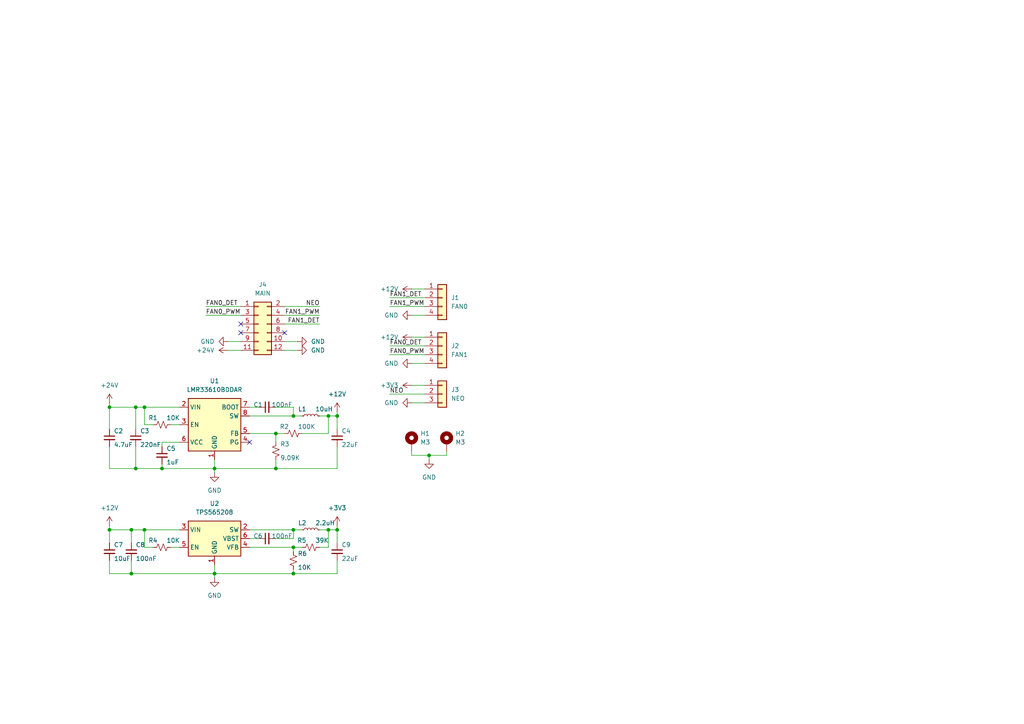
<source format=kicad_sch>
(kicad_sch (version 20231120) (generator "eeschema") (generator_version "8.0")
  (paper "A4")
  (lib_symbols
    (symbol "Connector_Generic:Conn_01x03" (pin_names (offset 1.016) hide)
      (property "Reference" "J" (at 0 5.08 0))
      (property "Value" "Conn_01x03" (at 0 -5.08 0))
      (symbol "Conn_01x03_1_1"
        (rectangle (start -1.27 -2.413) (end 0 -2.667) (stroke (width 0.1524)))
        (rectangle (start -1.27 0.127) (end 0 -0.127) (stroke (width 0.1524)))
        (rectangle (start -1.27 2.667) (end 0 2.413) (stroke (width 0.1524)))
        (rectangle (start -1.27 3.81) (end 1.27 -3.81) (stroke (width 0.254)) (fill (type background)))
        (pin passive line (at -5.08 2.54 0) (length 3.81) (name "Pin_1") (number "1"))
        (pin passive line (at -5.08 0 0) (length 3.81) (name "Pin_2") (number "2"))
        (pin passive line (at -5.08 -2.54 0) (length 3.81) (name "Pin_3") (number "3"))
      )
    )
    (symbol "Connector_Generic:Conn_01x04" (pin_names (offset 1.016) hide)
      (property "Reference" "J" (at 0 5.08 0))
      (property "Value" "Conn_01x04" (at 0 -7.62 0))
      (symbol "Conn_01x04_1_1"
        (rectangle (start -1.27 -4.953) (end 0 -5.207) (stroke (width 0.1524)))
        (rectangle (start -1.27 -2.413) (end 0 -2.667) (stroke (width 0.1524)))
        (rectangle (start -1.27 0.127) (end 0 -0.127) (stroke (width 0.1524)))
        (rectangle (start -1.27 2.667) (end 0 2.413) (stroke (width 0.1524)))
        (rectangle (start -1.27 3.81) (end 1.27 -6.35) (stroke (width 0.254)) (fill (type background)))
        (pin passive line (at -5.08 2.54 0) (length 3.81) (name "Pin_1") (number "1"))
        (pin passive line (at -5.08 0 0) (length 3.81) (name "Pin_2") (number "2"))
        (pin passive line (at -5.08 -2.54 0) (length 3.81) (name "Pin_3") (number "3"))
        (pin passive line (at -5.08 -5.08 0) (length 3.81) (name "Pin_4") (number "4"))
      )
    )
    (symbol "Connector_Generic:Conn_02x06_Odd_Even" (pin_names (offset 1.016) hide)
      (property "Reference" "J" (at 1.27 7.62 0))
      (property "Value" "Conn_02x06_Odd_Even" (at 1.27 -10.16 0))
      (symbol "Conn_02x06_Odd_Even_1_1"
        (rectangle (start -1.27 -7.493) (end 0 -7.747) (stroke (width 0.1524)))
        (rectangle (start -1.27 -4.953) (end 0 -5.207) (stroke (width 0.1524)))
        (rectangle (start -1.27 -2.413) (end 0 -2.667) (stroke (width 0.1524)))
        (rectangle (start -1.27 0.127) (end 0 -0.127) (stroke (width 0.1524)))
        (rectangle (start -1.27 2.667) (end 0 2.413) (stroke (width 0.1524)))
        (rectangle (start -1.27 5.207) (end 0 4.953) (stroke (width 0.1524)))
        (rectangle (start -1.27 6.35) (end 3.81 -8.89) (stroke (width 0.254)) (fill (type background)))
        (rectangle (start 3.81 -7.493) (end 2.54 -7.747) (stroke (width 0.1524)))
        (rectangle (start 3.81 -4.953) (end 2.54 -5.207) (stroke (width 0.1524)))
        (rectangle (start 3.81 -2.413) (end 2.54 -2.667) (stroke (width 0.1524)))
        (rectangle (start 3.81 0.127) (end 2.54 -0.127) (stroke (width 0.1524)))
        (rectangle (start 3.81 2.667) (end 2.54 2.413) (stroke (width 0.1524)))
        (rectangle (start 3.81 5.207) (end 2.54 4.953) (stroke (width 0.1524)))
        (pin passive line (at -5.08 5.08 0) (length 3.81) (name "Pin_1") (number "1"))
        (pin passive line (at 7.62 -5.08 180) (length 3.81) (name "Pin_10") (number "10"))
        (pin passive line (at -5.08 -7.62 0) (length 3.81) (name "Pin_11") (number "11"))
        (pin passive line (at 7.62 -7.62 180) (length 3.81) (name "Pin_12") (number "12"))
        (pin passive line (at 7.62 5.08 180) (length 3.81) (name "Pin_2") (number "2"))
        (pin passive line (at -5.08 2.54 0) (length 3.81) (name "Pin_3") (number "3"))
        (pin passive line (at 7.62 2.54 180) (length 3.81) (name "Pin_4") (number "4"))
        (pin passive line (at -5.08 0 0) (length 3.81) (name "Pin_5") (number "5"))
        (pin passive line (at 7.62 0 180) (length 3.81) (name "Pin_6") (number "6"))
        (pin passive line (at -5.08 -2.54 0) (length 3.81) (name "Pin_7") (number "7"))
        (pin passive line (at 7.62 -2.54 180) (length 3.81) (name "Pin_8") (number "8"))
        (pin passive line (at -5.08 -5.08 0) (length 3.81) (name "Pin_9") (number "9"))
      )
    )
    (symbol "Device:C_Small" (pin_numbers hide) (pin_names (offset 0.254) hide)
      (property "Reference" "C" (at 0.254 1.778 0))
      (property "Value" "C_Small" (at 0.254 -2.032 0))
      (symbol "C_Small_0_1"
        (polyline (pts (xy -1.524 -0.508) (xy 1.524 -0.508)) (stroke (width 0.3302)))
        (polyline (pts (xy -1.524 0.508) (xy 1.524 0.508)) (stroke (width 0.3048)))
      )
      (symbol "C_Small_1_1"
        (pin passive line (at 0 2.54 270) (length 2.032) (name "~") (number "1"))
        (pin passive line (at 0 -2.54 90) (length 2.032) (name "~") (number "2"))
      )
    )
    (symbol "Device:L_Small" (pin_numbers hide) (pin_names (offset 0.254) hide)
      (property "Reference" "L" (at 0.762 1.016 0))
      (property "Value" "L_Small" (at 0.762 -1.016 0))
      (symbol "L_Small_0_1"
        (arc (start 0 -2.032) (mid 0.5058 -1.524) (end 0 -1.016))
        (arc (start 0 -1.016) (mid 0.5058 -0.508) (end 0 0))
        (arc (start 0 0) (mid 0.5058 0.508) (end 0 1.016))
        (arc (start 0 1.016) (mid 0.5058 1.524) (end 0 2.032))
      )
      (symbol "L_Small_1_1"
        (pin passive line (at 0 2.54 270) (length 0.508) (name "~") (number "1"))
        (pin passive line (at 0 -2.54 90) (length 0.508) (name "~") (number "2"))
      )
    )
    (symbol "Device:R_Small_US" (pin_numbers hide) (pin_names (offset 0.254) hide)
      (property "Reference" "R" (at 0.762 0.508 0))
      (property "Value" "R_Small_US" (at 0.762 -1.016 0))
      (symbol "R_Small_US_1_1"
        (polyline (pts (xy 0 0) (xy 1.016 -0.381) (xy 0 -0.762) (xy -1.016 -1.143) (xy 0 -1.524)))
        (polyline (pts (xy 0 1.524) (xy 1.016 1.143) (xy 0 0.762) (xy -1.016 0.381) (xy 0 0)))
        (pin passive line (at 0 2.54 270) (length 1.016) (name "~") (number "1"))
        (pin passive line (at 0 -2.54 90) (length 1.016) (name "~") (number "2"))
      )
    )
    (symbol "Mechanical:MountingHole_Pad" (pin_numbers hide) (pin_names (offset 1.016) hide) (exclude_from_sim yes) (in_bom no)
      (property "Reference" "H" (at 0 6.35 0))
      (property "Value" "MountingHole_Pad" (at 0 4.445 0))
      (symbol "MountingHole_Pad_0_1"
        (circle (center 0 1.27) (radius 1.27) (stroke (width 1.27)))
      )
      (symbol "MountingHole_Pad_1_1"
        (pin input line (at 0 -2.54 90) (length 2.54) (name "1") (number "1"))
      )
    )
    (symbol "Regulator_Switching:LMR33610BDDAR"
      (property "Reference" "U" (at 0 11.43 0))
      (property "Value" "LMR33610BDDAR" (at 0 8.89 0))
      (symbol "LMR33610BDDAR_0_1"
        (rectangle (start -7.62 7.62) (end 7.62 -7.62) (stroke (width 0.254)) (fill (type background)))
      )
      (symbol "LMR33610BDDAR_1_1"
        (pin power_in line (at 0 -10.16 90) (length 2.54) (name "GND") (number "1"))
        (pin power_in line (at -10.16 5.08 0) (length 2.54) (name "VIN") (number "2"))
        (pin input line (at -10.16 0 0) (length 2.54) (name "EN") (number "3"))
        (pin open_collector line (at 10.16 -5.08 180) (length 2.54) (name "PG") (number "4"))
        (pin input line (at 10.16 -2.54 180) (length 2.54) (name "FB") (number "5"))
        (pin power_out line (at -10.16 -5.08 0) (length 2.54) (name "VCC") (number "6"))
        (pin input line (at 10.16 5.08 180) (length 2.54) (name "BOOT") (number "7"))
        (pin output line (at 10.16 2.54 180) (length 2.54) (name "SW") (number "8"))
        (pin passive line (at 0 -10.16 90) (length 2.54) hide (name "GND") (number "9"))
      )
    )
    (symbol "Regulator_Switching:TPS565208"
      (property "Reference" "U" (at -7.62 6.35 0))
      (property "Value" "TPS565208" (at -2.54 6.35 0))
      (symbol "TPS565208_0_1"
        (rectangle (start -7.62 5.08) (end 7.62 -5.08) (stroke (width 0.254)) (fill (type background)))
      )
      (symbol "TPS565208_1_1"
        (pin power_in line (at 0 -7.62 90) (length 2.54) (name "GND") (number "1"))
        (pin output line (at 10.16 2.54 180) (length 2.54) (name "SW") (number "2"))
        (pin power_in line (at -10.16 2.54 0) (length 2.54) (name "VIN") (number "3"))
        (pin input line (at 10.16 -2.54 180) (length 2.54) (name "VFB") (number "4"))
        (pin input line (at -10.16 -2.54 0) (length 2.54) (name "EN") (number "5"))
        (pin passive line (at 10.16 0 180) (length 2.54) (name "VBST") (number "6"))
      )
    )
    (symbol "power:+12V" (power) (pin_numbers hide) (pin_names (offset 0) hide)
      (property "Value" "+12V" (at 0 3.556 0))
      (symbol "+12V_0_1"
        (polyline (pts (xy -0.762 1.27) (xy 0 2.54)))
        (polyline (pts (xy 0 0) (xy 0 2.54)))
        (polyline (pts (xy 0 2.54) (xy 0.762 1.27)))
      )
      (symbol "+12V_1_1"
        (pin power_in line (at 0 0 90) (length 0) (name "~") (number "1"))
      )
    )
    (symbol "power:+24V" (power) (pin_numbers hide) (pin_names (offset 0) hide)
      (property "Value" "+24V" (at 0 3.556 0))
      (symbol "+24V_0_1"
        (polyline (pts (xy -0.762 1.27) (xy 0 2.54)))
        (polyline (pts (xy 0 0) (xy 0 2.54)))
        (polyline (pts (xy 0 2.54) (xy 0.762 1.27)))
      )
      (symbol "+24V_1_1"
        (pin power_in line (at 0 0 90) (length 0) (name "~") (number "1"))
      )
    )
    (symbol "power:+3V3" (power) (pin_numbers hide) (pin_names (offset 0) hide)
      (property "Value" "+3V3" (at 0 3.556 0))
      (symbol "+3V3_0_1"
        (polyline (pts (xy -0.762 1.27) (xy 0 2.54)))
        (polyline (pts (xy 0 0) (xy 0 2.54)))
        (polyline (pts (xy 0 2.54) (xy 0.762 1.27)))
      )
      (symbol "+3V3_1_1"
        (pin power_in line (at 0 0 90) (length 0) (name "~") (number "1"))
      )
    )
    (symbol "power:GND" (power) (pin_numbers hide) (pin_names (offset 0) hide)
      (property "Value" "GND" (at 0 -3.81 0))
      (symbol "GND_0_1"
        (polyline (pts (xy 0 0) (xy 0 -1.27) (xy 1.27 -1.27) (xy 0 -2.54) (xy -1.27 -1.27) (xy 0 -1.27)))
      )
      (symbol "GND_1_1"
        (pin power_in line (at 0 0 270) (length 0) (name "~") (number "1"))
      )
    )
  )
  (junction (at 85.09 166.37))
  (junction (at 80.01 125.73))
  (junction (at 39.37 135.89))
  (junction (at 39.37 118.11))
  (junction (at 85.09 158.75))
  (junction (at 97.79 120.65))
  (junction (at 38.1 166.37))
  (junction (at 95.25 120.65))
  (junction (at 62.23 135.89))
  (junction (at 31.75 153.67))
  (junction (at 85.09 120.65))
  (junction (at 62.23 166.37))
  (junction (at 46.99 135.89))
  (junction (at 124.46 132.08))
  (junction (at 97.79 153.67))
  (junction (at 95.25 153.67))
  (junction (at 85.09 153.67))
  (junction (at 80.01 135.89))
  (junction (at 38.1 153.67))
  (junction (at 31.75 118.11))
  (junction (at 41.91 118.11))
  (junction (at 41.91 153.67))
  (no_connect (at 82.55 96.52))
  (no_connect (at 69.85 93.98))
  (no_connect (at 72.39 128.27))
  (no_connect (at 69.85 96.52))
  (wire (pts (xy 31.75 135.89) (xy 39.37 135.89)))
  (wire (pts (xy 113.03 102.87) (xy 123.19 102.87)))
  (wire (pts (xy 97.79 120.65) (xy 97.79 124.46)))
  (wire (pts (xy 44.45 158.75) (xy 41.91 158.75)))
  (wire (pts (xy 86.36 101.6) (xy 82.55 101.6)))
  (wire (pts (xy 46.99 135.89) (xy 62.23 135.89)))
  (wire (pts (xy 31.75 162.56) (xy 31.75 166.37)))
  (wire (pts (xy 95.25 153.67) (xy 95.25 158.75)))
  (wire (pts (xy 113.03 88.9) (xy 123.19 88.9)))
  (wire (pts (xy 87.63 125.73) (xy 95.25 125.73)))
  (wire (pts (xy 123.19 111.76) (xy 119.38 111.76)))
  (wire (pts (xy 62.23 135.89) (xy 62.23 137.16)))
  (wire (pts (xy 95.25 153.67) (xy 97.79 153.67)))
  (wire (pts (xy 123.19 114.3) (xy 113.03 114.3)))
  (wire (pts (xy 119.38 91.44) (xy 123.19 91.44)))
  (wire (pts (xy 92.71 158.75) (xy 95.25 158.75)))
  (wire (pts (xy 46.99 128.27) (xy 46.99 129.54)))
  (wire (pts (xy 39.37 135.89) (xy 46.99 135.89)))
  (wire (pts (xy 85.09 158.75) (xy 87.63 158.75)))
  (wire (pts (xy 80.01 125.73) (xy 80.01 128.27)))
  (wire (pts (xy 38.1 166.37) (xy 62.23 166.37)))
  (wire (pts (xy 119.38 116.84) (xy 123.19 116.84)))
  (wire (pts (xy 97.79 153.67) (xy 97.79 157.48)))
  (wire (pts (xy 41.91 153.67) (xy 52.07 153.67)))
  (wire (pts (xy 59.69 91.44) (xy 69.85 91.44)))
  (wire (pts (xy 97.79 129.54) (xy 97.79 135.89)))
  (wire (pts (xy 92.71 93.98) (xy 82.55 93.98)))
  (wire (pts (xy 85.09 153.67) (xy 87.63 153.67)))
  (wire (pts (xy 119.38 83.82) (xy 123.19 83.82)))
  (wire (pts (xy 31.75 118.11) (xy 31.75 124.46)))
  (wire (pts (xy 124.46 132.08) (xy 129.54 132.08)))
  (wire (pts (xy 38.1 153.67) (xy 41.91 153.67)))
  (wire (pts (xy 74.93 118.11) (xy 72.39 118.11)))
  (wire (pts (xy 95.25 120.65) (xy 97.79 120.65)))
  (wire (pts (xy 85.09 158.75) (xy 85.09 160.02)))
  (wire (pts (xy 85.09 118.11) (xy 85.09 120.65)))
  (wire (pts (xy 72.39 125.73) (xy 80.01 125.73)))
  (wire (pts (xy 119.38 105.41) (xy 123.19 105.41)))
  (wire (pts (xy 41.91 118.11) (xy 52.07 118.11)))
  (wire (pts (xy 31.75 153.67) (xy 31.75 157.48)))
  (wire (pts (xy 86.36 99.06) (xy 82.55 99.06)))
  (wire (pts (xy 80.01 118.11) (xy 85.09 118.11)))
  (wire (pts (xy 80.01 133.35) (xy 80.01 135.89)))
  (wire (pts (xy 62.23 166.37) (xy 62.23 163.83)))
  (wire (pts (xy 38.1 162.56) (xy 38.1 166.37)))
  (wire (pts (xy 72.39 158.75) (xy 85.09 158.75)))
  (wire (pts (xy 97.79 119.38) (xy 97.79 120.65)))
  (wire (pts (xy 41.91 123.19) (xy 41.91 118.11)))
  (wire (pts (xy 39.37 129.54) (xy 39.37 135.89)))
  (wire (pts (xy 82.55 88.9) (xy 92.71 88.9)))
  (wire (pts (xy 62.23 135.89) (xy 62.23 133.35)))
  (wire (pts (xy 80.01 125.73) (xy 82.55 125.73)))
  (wire (pts (xy 46.99 134.62) (xy 46.99 135.89)))
  (wire (pts (xy 31.75 129.54) (xy 31.75 135.89)))
  (wire (pts (xy 31.75 166.37) (xy 38.1 166.37)))
  (wire (pts (xy 92.71 91.44) (xy 82.55 91.44)))
  (wire (pts (xy 31.75 153.67) (xy 38.1 153.67)))
  (wire (pts (xy 92.71 120.65) (xy 95.25 120.65)))
  (wire (pts (xy 62.23 135.89) (xy 80.01 135.89)))
  (wire (pts (xy 119.38 132.08) (xy 124.46 132.08)))
  (wire (pts (xy 66.04 101.6) (xy 69.85 101.6)))
  (wire (pts (xy 62.23 166.37) (xy 85.09 166.37)))
  (wire (pts (xy 95.25 120.65) (xy 95.25 125.73)))
  (wire (pts (xy 124.46 132.08) (xy 124.46 133.35)))
  (wire (pts (xy 85.09 165.1) (xy 85.09 166.37)))
  (wire (pts (xy 74.93 156.21) (xy 72.39 156.21)))
  (wire (pts (xy 123.19 86.36) (xy 113.03 86.36)))
  (wire (pts (xy 92.71 153.67) (xy 95.25 153.67)))
  (wire (pts (xy 69.85 88.9) (xy 59.69 88.9)))
  (wire (pts (xy 97.79 166.37) (xy 85.09 166.37)))
  (wire (pts (xy 31.75 116.84) (xy 31.75 118.11)))
  (wire (pts (xy 113.03 100.33) (xy 123.19 100.33)))
  (wire (pts (xy 72.39 120.65) (xy 85.09 120.65)))
  (wire (pts (xy 39.37 118.11) (xy 41.91 118.11)))
  (wire (pts (xy 62.23 166.37) (xy 62.23 167.64)))
  (wire (pts (xy 41.91 158.75) (xy 41.91 153.67)))
  (wire (pts (xy 44.45 123.19) (xy 41.91 123.19)))
  (wire (pts (xy 97.79 152.4) (xy 97.79 153.67)))
  (wire (pts (xy 52.07 128.27) (xy 46.99 128.27)))
  (wire (pts (xy 39.37 118.11) (xy 39.37 124.46)))
  (wire (pts (xy 119.38 132.08) (xy 119.38 130.81)))
  (wire (pts (xy 38.1 153.67) (xy 38.1 157.48)))
  (wire (pts (xy 80.01 135.89) (xy 97.79 135.89)))
  (wire (pts (xy 72.39 153.67) (xy 85.09 153.67)))
  (wire (pts (xy 66.04 99.06) (xy 69.85 99.06)))
  (wire (pts (xy 85.09 120.65) (xy 87.63 120.65)))
  (wire (pts (xy 49.53 123.19) (xy 52.07 123.19)))
  (wire (pts (xy 49.53 158.75) (xy 52.07 158.75)))
  (wire (pts (xy 31.75 118.11) (xy 39.37 118.11)))
  (wire (pts (xy 119.38 97.79) (xy 123.19 97.79)))
  (wire (pts (xy 80.01 156.21) (xy 85.09 156.21)))
  (wire (pts (xy 129.54 132.08) (xy 129.54 130.81)))
  (wire (pts (xy 97.79 162.56) (xy 97.79 166.37)))
  (wire (pts (xy 31.75 152.4) (xy 31.75 153.67)))
  (wire (pts (xy 85.09 156.21) (xy 85.09 153.67)))
  (label "FAN1_PWM" (at 92.71 91.44 180))
  (label "FAN1_DET" (at 113.03 86.36 0))
  (label "FAN0_PWM" (at 113.03 102.87 0))
  (label "FAN0_PWM" (at 59.69 91.44 0))
  (label "NEO" (at 92.71 88.9 180))
  (label "FAN1_PWM" (at 113.03 88.9 0))
  (label "FAN1_DET" (at 92.71 93.98 180))
  (label "FAN0_DET" (at 113.03 100.33 0))
  (label "NEO" (at 113.03 114.3 0))
  (label "FAN0_DET" (at 59.69 88.9 0))
  (symbol (lib_id "Mechanical:MountingHole_Pad") (at 129.54 128.27 0) (unit 1) (exclude_from_sim yes) (in_bom no)
    (property "Reference" "H2" (at 132.08 125.7299 0) (effects (justify left)))
    (property "Value" "M3" (at 132.08 128.2699 0) (effects (justify left)))
    (property "Footprint" "MountingHole:MountingHole_3.2mm_M3_ISO14580_Pad" (effects (hide yes)))
    (property "Description" "Mounting Hole with connection" (effects (hide yes)))
  )
  (symbol (lib_id "power:+12V") (at 97.79 119.38 0) (unit 1)
    (property "Reference" "#PWR012" (effects (hide yes)))
    (property "Value" "+12V" (at 97.79 114.3 0))
    (property "Description" "Power symbol creates a global label with name \"+12V\"" (effects (hide yes)))
  )
  (symbol (lib_id "power:+12V") (at 119.38 97.79 90) (unit 1)
    (property "Reference" "#PWR014" (effects (hide yes)))
    (property "Value" "+12V" (at 115.57 97.7899 90) (effects (justify left)))
    (property "Description" "Power symbol creates a global label with name \"+12V\"" (effects (hide yes)))
  )
  (symbol (lib_id "Device:C_Small") (at 97.79 127 0) (unit 1)
    (property "Reference" "C4" (at 99.06 125.73 0) (effects (justify left bottom)))
    (property "Value" "22uF" (at 99.06 128.27 0) (effects (justify left top)))
    (property "Footprint" "Capacitor_SMD:C_0805_2012Metric" (effects (hide yes)))
  )
  (symbol (lib_id "power:+3V3") (at 119.38 111.76 90) (unit 1)
    (property "Reference" "#PWR09" (effects (hide yes)))
    (property "Value" "+3V3" (at 115.57 111.7599 90) (effects (justify left)))
    (property "Description" "Power symbol creates a global label with name \"+3V3\"" (effects (hide yes)))
  )
  (symbol (lib_id "Regulator_Switching:LMR33610BDDAR") (at 62.23 123.19 0) (unit 1)
    (property "Reference" "U1" (at 62.23 110.49 0))
    (property "Value" "LMR33610BDDAR" (at 62.23 113.03 0))
    (property "Footprint" "Package_SO:Texas_HSOP-8-1EP_3.9x4.9mm_P1.27mm" (effects (hide yes)))
    (property "Datasheet" "http://www.ti.com/lit/ds/symlink/lmr33610.pdf" (effects (hide yes)))
    (property "Description" "Simple Switcher Synchronous Buck Regulator, Vin=3.8-36V, Iout=1A, F=1400kHz, Adjustable output voltage, HSOP-8" (effects (hide yes)))
  )
  (symbol (lib_id "Device:C_Small") (at 77.47 118.11 90) (unit 1)
    (property "Reference" "C1" (at 76.2 118.11 90) (effects (justify left top)))
    (property "Value" "100nF" (at 78.74 118.11 90) (effects (justify right top)))
    (property "Footprint" "Capacitor_SMD:C_0603_1608Metric" (effects (hide yes)))
  )
  (symbol (lib_id "Device:C_Small") (at 46.99 132.08 0) (unit 1)
    (property "Reference" "C5" (at 48.26 130.81 0) (effects (justify left bottom)))
    (property "Value" "1uF" (at 48.26 133.35 0) (effects (justify left top)))
    (property "Footprint" "Capacitor_SMD:C_0603_1608Metric" (effects (hide yes)))
  )
  (symbol (lib_id "Mechanical:MountingHole_Pad") (at 119.38 128.27 0) (unit 1) (exclude_from_sim yes) (in_bom no)
    (property "Reference" "H1" (at 121.92 125.7299 0) (effects (justify left)))
    (property "Value" "M3" (at 121.92 128.2699 0) (effects (justify left)))
    (property "Footprint" "MountingHole:MountingHole_3.2mm_M3_ISO14580_Pad" (effects (hide yes)))
    (property "Description" "Mounting Hole with connection" (effects (hide yes)))
  )
  (symbol (lib_id "Device:C_Small") (at 31.75 160.02 0) (unit 1)
    (property "Reference" "C7" (at 33.02 158.75 0) (effects (justify left bottom)))
    (property "Value" "10uF" (at 33.02 161.29 0) (effects (justify left top)))
    (property "Footprint" "Capacitor_SMD:C_0805_2012Metric" (effects (hide yes)))
  )
  (symbol (lib_id "power:+12V") (at 31.75 152.4 0) (unit 1)
    (property "Reference" "#PWR016" (effects (hide yes)))
    (property "Value" "+12V" (at 31.75 147.32 0))
  )
  (symbol (lib_id "Regulator_Switching:TPS565208") (at 62.23 156.21 0) (unit 1)
    (property "Reference" "U2" (at 62.23 146.05 0))
    (property "Value" "TPS565208" (at 62.23 148.59 0))
    (property "Footprint" "Package_TO_SOT_SMD:SOT-23-6" (effects (hide yes)))
    (property "Datasheet" "http://www.ti.com/lit/ds/symlink/tps565208.pdf" (effects (hide yes)))
  )
  (symbol (lib_id "power:GND") (at 119.38 105.41 270) (mirror x) (unit 1)
    (property "Reference" "#PWR07" (effects (hide yes)))
    (property "Value" "GND" (at 115.57 105.4101 90) (effects (justify right)))
    (property "Description" "Power symbol creates a global label with name \"GND\" , ground" (effects (hide yes)))
  )
  (symbol (lib_id "power:GND") (at 124.46 133.35 0) (mirror y) (unit 1)
    (property "Reference" "#PWR015" (effects (hide yes)))
    (property "Value" "GND" (at 124.46 138.43 0))
    (property "Description" "Power symbol creates a global label with name \"GND\" , ground" (effects (hide yes)))
  )
  (symbol (lib_id "Device:R_Small_US") (at 90.17 158.75 90) (unit 1)
    (property "Reference" "R5" (at 88.9 157.48 90) (effects (justify left top)))
    (property "Value" "39K" (at 91.44 157.48 90) (effects (justify right top)))
    (property "Footprint" "Resistor_SMD:R_0603_1608Metric" (effects (hide yes)))
  )
  (symbol (lib_id "Device:R_Small_US") (at 85.09 125.73 90) (unit 1)
    (property "Reference" "R2" (at 83.82 124.46 90) (effects (justify left top)))
    (property "Value" "100K" (at 86.36 124.46 90) (effects (justify right top)))
    (property "Footprint" "Resistor_SMD:R_0603_1608Metric" (effects (hide yes)))
  )
  (symbol (lib_id "Device:C_Small") (at 38.1 160.02 0) (unit 1)
    (property "Reference" "C8" (at 39.37 158.75 0) (effects (justify left bottom)))
    (property "Value" "100nF" (at 39.37 161.29 0) (effects (justify left top)))
    (property "Footprint" "Capacitor_SMD:C_0603_1608Metric" (effects (hide yes)))
  )
  (symbol (lib_id "Connector_Generic:Conn_01x04") (at 128.27 86.36 0) (unit 1)
    (property "Reference" "J1" (at 130.81 86.3599 0) (effects (justify left)))
    (property "Value" "FAN0" (at 130.81 88.8999 0) (effects (justify left)))
    (property "Footprint" "Library:JST_PH_B4B-PH-K_1x04_P2.00mm_SMD" (effects (hide yes)))
    (property "Description" "Generic connector, single row, 01x04, script generated (kicad-library-utils/schlib/autogen/connector/)" (effects (hide yes)))
  )
  (symbol (lib_id "power:GND") (at 62.23 167.64 0) (unit 1)
    (property "Reference" "#PWR018" (effects (hide yes)))
    (property "Value" "GND" (at 62.23 172.72 0))
  )
  (symbol (lib_id "Device:L_Small") (at 90.17 153.67 90) (unit 1)
    (property "Reference" "L2" (at 88.9 152.4 90) (effects (justify left top)))
    (property "Value" "2.2uH" (at 91.44 152.4 90) (effects (justify right top)))
    (property "Footprint" "Inductor_SMD:L_Murata_DFE201610P" (effects (hide yes)))
  )
  (symbol (lib_id "Device:R_Small_US") (at 85.09 162.56 0) (unit 1)
    (property "Reference" "R6" (at 86.36 161.29 0) (effects (justify left bottom)))
    (property "Value" "10K" (at 86.36 163.83 0) (effects (justify left top)))
    (property "Footprint" "Resistor_SMD:R_0603_1608Metric" (effects (hide yes)))
  )
  (symbol (lib_id "Device:C_Small") (at 39.37 127 0) (unit 1)
    (property "Reference" "C3" (at 40.64 125.73 0) (effects (justify left bottom)))
    (property "Value" "220nF" (at 40.64 128.27 0) (effects (justify left top)))
    (property "Footprint" "Capacitor_SMD:C_0603_1608Metric" (effects (hide yes)))
  )
  (symbol (lib_id "power:GND") (at 119.38 91.44 270) (mirror x) (unit 1)
    (property "Reference" "#PWR06" (effects (hide yes)))
    (property "Value" "GND" (at 115.57 91.4401 90) (effects (justify right)))
    (property "Description" "Power symbol creates a global label with name \"GND\" , ground" (effects (hide yes)))
  )
  (symbol (lib_id "power:GND") (at 86.36 101.6 90) (mirror x) (unit 1)
    (property "Reference" "#PWR05" (effects (hide yes)))
    (property "Value" "GND" (at 90.17 101.5999 90) (effects (justify right)))
    (property "Description" "Power symbol creates a global label with name \"GND\" , ground" (effects (hide yes)))
  )
  (symbol (lib_id "Device:C_Small") (at 31.75 127 0) (unit 1)
    (property "Reference" "C2" (at 33.02 125.73 0) (effects (justify left bottom)))
    (property "Value" "4.7uF" (at 33.02 128.27 0) (effects (justify left top)))
    (property "Footprint" "Capacitor_SMD:C_0805_2012Metric" (effects (hide yes)))
  )
  (symbol (lib_id "Device:R_Small_US") (at 80.01 130.81 0) (mirror y) (unit 1)
    (property "Reference" "R3" (at 81.28 129.54 0) (effects (justify right bottom)))
    (property "Value" "9.09K" (at 81.28 132.08 0) (effects (justify right top)))
    (property "Footprint" "Resistor_SMD:R_0603_1608Metric" (effects (hide yes)))
  )
  (symbol (lib_id "Connector_Generic:Conn_01x04") (at 128.27 100.33 0) (unit 1)
    (property "Reference" "J2" (at 130.81 100.3299 0) (effects (justify left)))
    (property "Value" "FAN1" (at 130.81 102.8699 0) (effects (justify left)))
    (property "Footprint" "Library:JST_PH_B4B-PH-K_1x04_P2.00mm_SMD" (effects (hide yes)))
    (property "Description" "Generic connector, single row, 01x04, script generated (kicad-library-utils/schlib/autogen/connector/)" (effects (hide yes)))
  )
  (symbol (lib_id "power:+12V") (at 119.38 83.82 90) (unit 1)
    (property "Reference" "#PWR013" (effects (hide yes)))
    (property "Value" "+12V" (at 115.57 83.8199 90) (effects (justify left)))
    (property "Description" "Power symbol creates a global label with name \"+12V\"" (effects (hide yes)))
  )
  (symbol (lib_id "power:+24V") (at 31.75 116.84 0) (unit 1)
    (property "Reference" "#PWR010" (effects (hide yes)))
    (property "Value" "+24V" (at 31.75 111.76 0))
    (property "Description" "Power symbol creates a global label with name \"+24V\"" (effects (hide yes)))
  )
  (symbol (lib_id "power:+3V3") (at 97.79 152.4 0) (unit 1)
    (property "Reference" "#PWR017" (effects (hide yes)))
    (property "Value" "+3V3" (at 97.79 147.32 0))
  )
  (symbol (lib_id "Device:C_Small") (at 97.79 160.02 0) (unit 1)
    (property "Reference" "C9" (at 99.06 158.75 0) (effects (justify left bottom)))
    (property "Value" "22uF" (at 99.06 161.29 0) (effects (justify left top)))
    (property "Footprint" "Capacitor_SMD:C_0805_2012Metric" (effects (hide yes)))
  )
  (symbol (lib_id "power:+24V") (at 66.04 101.6 90) (mirror x) (unit 1)
    (property "Reference" "#PWR04" (effects (hide yes)))
    (property "Value" "+24V" (at 62.23 101.6001 90) (effects (justify left)))
    (property "Description" "Power symbol creates a global label with name \"+24V\"" (effects (hide yes)))
  )
  (symbol (lib_id "Device:L_Small") (at 90.17 120.65 90) (unit 1)
    (property "Reference" "L1" (at 88.9 119.38 90) (effects (justify left top)))
    (property "Value" "10uH" (at 91.44 119.38 90) (effects (justify right top)))
    (property "Footprint" "Inductor_SMD:L_Sunlord_SWPA4030S" (effects (hide yes)))
  )
  (symbol (lib_id "Connector_Generic:Conn_02x06_Odd_Even") (at 74.93 93.98 0) (unit 1)
    (property "Reference" "J4" (at 76.2 82.55 0))
    (property "Value" "MAIN" (at 76.2 85.09 0))
    (property "Footprint" "Library:PinSocket_2x06_P2.00mm_Vertical_SMD" (effects (hide yes)))
    (property "Description" "Generic connector, double row, 02x06, odd/even pin numbering scheme (row 1 odd numbers, row 2 even numbers), script generated (kicad-library-utils/schlib/autogen/connector/)" (effects (hide yes)))
  )
  (symbol (lib_id "power:GND") (at 66.04 99.06 270) (mirror x) (unit 1)
    (property "Reference" "#PWR02" (effects (hide yes)))
    (property "Value" "GND" (at 62.23 99.0601 90) (effects (justify right)))
    (property "Description" "Power symbol creates a global label with name \"GND\" , ground" (effects (hide yes)))
  )
  (symbol (lib_id "power:GND") (at 86.36 99.06 90) (mirror x) (unit 1)
    (property "Reference" "#PWR03" (effects (hide yes)))
    (property "Value" "GND" (at 90.17 99.0599 90) (effects (justify right)))
    (property "Description" "Power symbol creates a global label with name \"GND\" , ground" (effects (hide yes)))
  )
  (symbol (lib_id "Device:C_Small") (at 77.47 156.21 90) (unit 1)
    (property "Reference" "C6" (at 76.2 156.21 90) (effects (justify left top)))
    (property "Value" "100nF" (at 78.74 156.21 90) (effects (justify right top)))
    (property "Footprint" "Capacitor_SMD:C_0603_1608Metric" (effects (hide yes)))
  )
  (symbol (lib_id "Connector_Generic:Conn_01x03") (at 128.27 114.3 0) (unit 1)
    (property "Reference" "J3" (at 130.81 113.0299 0) (effects (justify left)))
    (property "Value" "NEO" (at 130.81 115.5699 0) (effects (justify left)))
    (property "Footprint" "Library:JST_PH_B3B-PH-K_1x03_P2.00mm_SMD" (effects (hide yes)))
    (property "Description" "Generic connector, single row, 01x03, script generated (kicad-library-utils/schlib/autogen/connector/)" (effects (hide yes)))
  )
  (symbol (lib_id "power:GND") (at 119.38 116.84 270) (mirror x) (unit 1)
    (property "Reference" "#PWR08" (effects (hide yes)))
    (property "Value" "GND" (at 115.57 116.8401 90) (effects (justify right)))
    (property "Description" "Power symbol creates a global label with name \"GND\" , ground" (effects (hide yes)))
  )
  (symbol (lib_id "Device:R_Small_US") (at 46.99 158.75 90) (unit 1)
    (property "Reference" "R4" (at 45.72 157.48 90) (effects (justify left top)))
    (property "Value" "10K" (at 48.26 157.48 90) (effects (justify right top)))
    (property "Footprint" "Resistor_SMD:R_0603_1608Metric" (effects (hide yes)))
  )
  (symbol (lib_id "Device:R_Small_US") (at 46.99 123.19 90) (unit 1)
    (property "Reference" "R1" (at 45.72 121.92 90) (effects (justify left top)))
    (property "Value" "10K" (at 48.26 121.92 90) (effects (justify right top)))
    (property "Footprint" "Resistor_SMD:R_0603_1608Metric" (effects (hide yes)))
  )
  (symbol (lib_id "power:GND") (at 62.23 137.16 0) (mirror y) (unit 1)
    (property "Reference" "#PWR011" (effects (hide yes)))
    (property "Value" "GND" (at 62.23 142.24 0))
    (property "Description" "Power symbol creates a global label with name \"GND\" , ground" (effects (hide yes)))
  )
)
</source>
